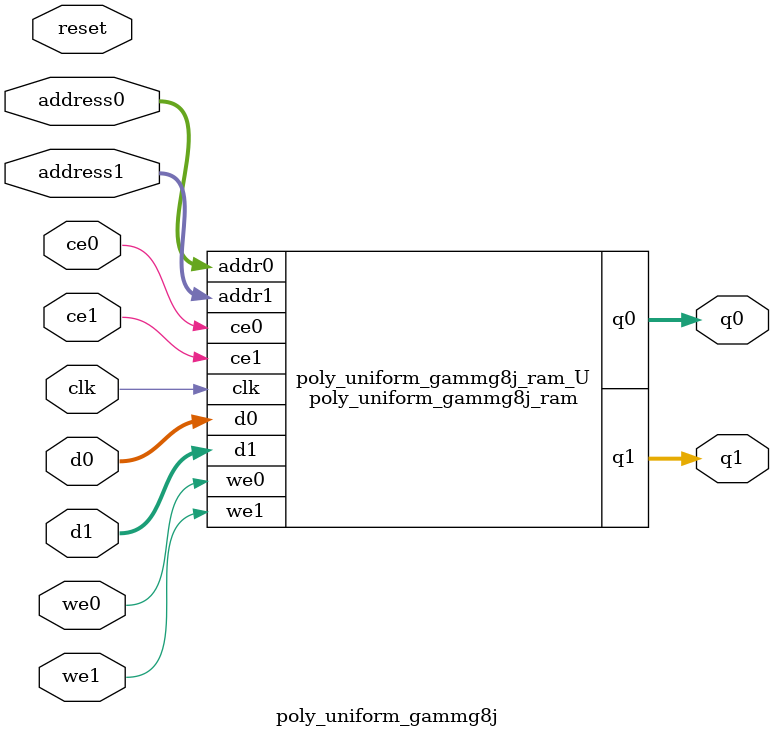
<source format=v>
`timescale 1 ns / 1 ps
module poly_uniform_gammg8j_ram (addr0, ce0, d0, we0, q0, addr1, ce1, d1, we1, q1,  clk);

parameter DWIDTH = 64;
parameter AWIDTH = 5;
parameter MEM_SIZE = 25;

input[AWIDTH-1:0] addr0;
input ce0;
input[DWIDTH-1:0] d0;
input we0;
output reg[DWIDTH-1:0] q0;
input[AWIDTH-1:0] addr1;
input ce1;
input[DWIDTH-1:0] d1;
input we1;
output reg[DWIDTH-1:0] q1;
input clk;

(* ram_style = "block" *)reg [DWIDTH-1:0] ram[0:MEM_SIZE-1];




always @(posedge clk)  
begin 
    if (ce0) begin
        if (we0) 
            ram[addr0] <= d0; 
        q0 <= ram[addr0];
    end
end


always @(posedge clk)  
begin 
    if (ce1) begin
        if (we1) 
            ram[addr1] <= d1; 
        q1 <= ram[addr1];
    end
end


endmodule

`timescale 1 ns / 1 ps
module poly_uniform_gammg8j(
    reset,
    clk,
    address0,
    ce0,
    we0,
    d0,
    q0,
    address1,
    ce1,
    we1,
    d1,
    q1);

parameter DataWidth = 32'd64;
parameter AddressRange = 32'd25;
parameter AddressWidth = 32'd5;
input reset;
input clk;
input[AddressWidth - 1:0] address0;
input ce0;
input we0;
input[DataWidth - 1:0] d0;
output[DataWidth - 1:0] q0;
input[AddressWidth - 1:0] address1;
input ce1;
input we1;
input[DataWidth - 1:0] d1;
output[DataWidth - 1:0] q1;



poly_uniform_gammg8j_ram poly_uniform_gammg8j_ram_U(
    .clk( clk ),
    .addr0( address0 ),
    .ce0( ce0 ),
    .we0( we0 ),
    .d0( d0 ),
    .q0( q0 ),
    .addr1( address1 ),
    .ce1( ce1 ),
    .we1( we1 ),
    .d1( d1 ),
    .q1( q1 ));

endmodule


</source>
